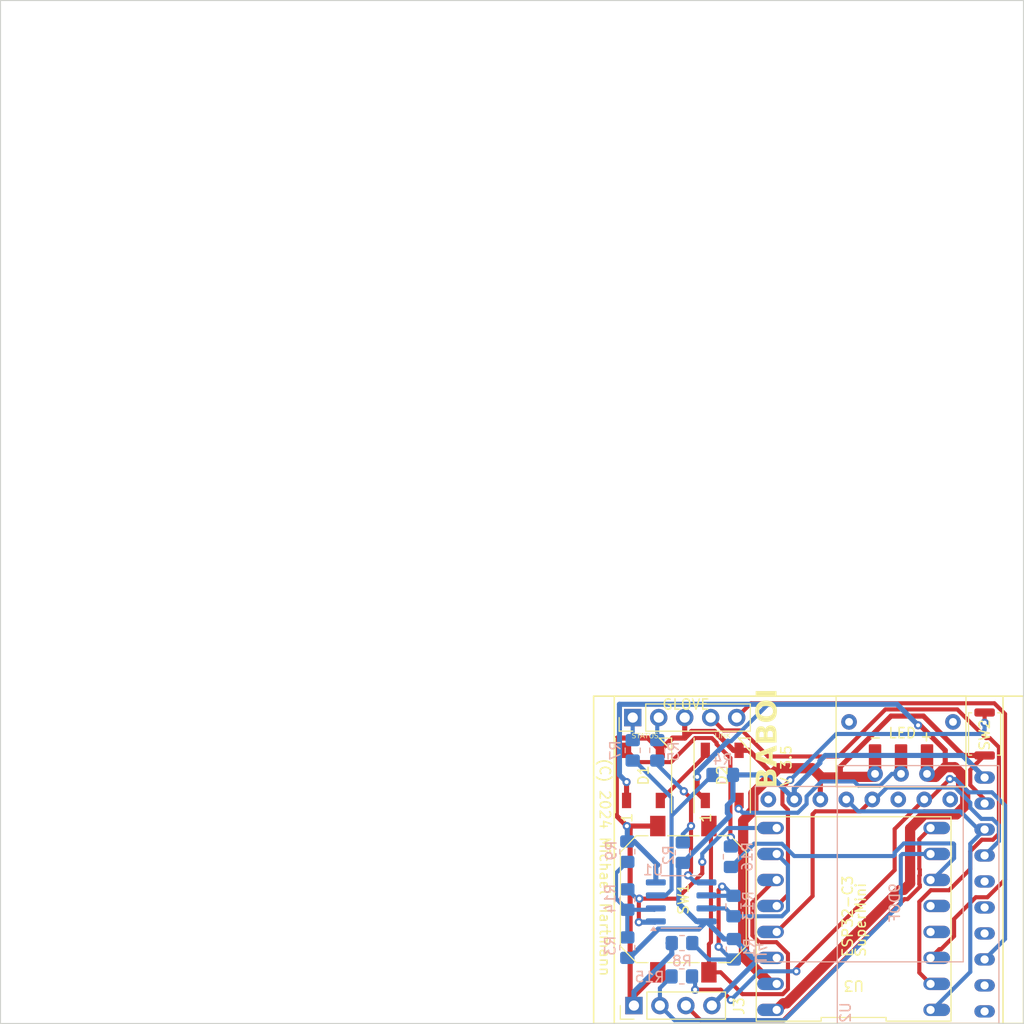
<source format=kicad_pcb>
(kicad_pcb (version 20240108) (generator "pcbnew") (generator_version "8.0")
  (layers (0 "F.Cu" signal) (31 "B.Cu" signal) (34 "B.Paste" user) (35 "F.Paste" user) (36 "B.SilkS" user "B.Silkscreen") (37 "F.SilkS" user "F.Silkscreen") (38 "B.Mask" user) (39 "F.Mask" user) (44 "Edge.Cuts" user))
  (net 0 "")
  (net 1 "/VBUS")
  (net 2 "Net-(D1-DOUT)")
  (net 3 "Net-(D1-DIN)")
  (net 4 "GND1")
  (net 5 "Net-(J4-Pin_2)")
  (net 6 "Net-(J4-Pin_1)")
  (net 7 "Net-(J3-Pin_2)")
  (net 8 "Net-(J3-Pin_3)")
  (net 9 "Net-(U1-VinB+)")
  (net 10 "Net-(D2-DOUT)")
  (net 11 "/VCC_3V3")
  (net 12 "/SPARE1")
  (net 13 "Net-(U1-VinA+)")
  (net 14 "Net-(U1-VinB-)")
  (net 15 "Net-(U1-VinA-)")
  (net 16 "/ADC1_1")
  (net 17 "/ADC1_0")
  (net 18 "Net-(U2-INT)")
  (net 19 "Net-(U3-GPIO10)")
  (net 20 "/BUTTON1")
  (net 21 "/SPARE2")
  (net 22 "/BUTTON2")
  (net 32 "/SCL")
  (net 33 "/SDA")
  (footprint "MountingHole:MountingHole_2mm" (layer "F.Cu") (at 169 95.75)
    (property "Reference" "H1" (hide yes))
    (property "Value" "MountingHole" (hide yes))
    (pad "" np_thru_hole circle (at 0 0) (size 2 2) (drill 2) (layers "*.Cu" "*.Mask"))
  )
  (footprint "midi_arm:LED_conn" (layer "F.Cu") (at 170.41 100.6 90)
    (property "Reference" "J2" (hide yes))
    (property "Value" "Conn_01x03_Pin" (hide yes))
    (fp_poly (pts (xy 0.508 4.572) (xy 2.794 4.572) (xy 2.794 5.588) (xy 0.508 5.588)) (stroke (width 0.2)) (fill solid) (layer "F.Cu"))
    (fp_poly (pts (xy 0.508 7.112) (xy 2.794 7.112) (xy 2.794 8.128) (xy 0.508 8.128)) (stroke (width 0.2)) (fill solid) (layer "F.Cu"))
    (fp_poly (pts (xy 0.508 9.652) (xy 2.794 9.652) (xy 2.794 10.668) (xy 0.508 10.668)) (stroke (width 0.2)) (fill solid) (layer "F.Cu"))
    (pad "" thru_hole circle (at 5.08 2.54 90) (size 1.524 1.524) (drill 0.762) (layers "*.Cu" "*.Mask"))
    (pad "" thru_hole circle (at 5.08 12.7 90) (size 1.524 1.524) (drill 0.762) (layers "*.Cu" "*.Mask"))
    (pad "1" thru_hole circle (at 0 5.08 90) (size 1.524 1.524) (drill 0.762) (layers "*.Cu" "*.Mask") (net 4 "GND1"))
    (pad "2" thru_hole circle (at 0 7.62 90) (size 1.524 1.524) (drill 0.762) (layers "*.Cu" "*.Mask") (net 10 "Net-(D2-DOUT)"))
    (pad "3" thru_hole circle (at 0 10.16 90) (size 1.524 1.524) (drill 0.762) (layers "*.Cu" "*.Mask") (net 1 "/VBUS"))
  )
  (footprint "Connector_PinHeader_2.54mm:PinHeader_1x04_P2.54mm_Vertical" (layer "F.Cu") (at 151.92 123.25 90)
    (property "Reference" "J3" (at -0.05 10.28 90) (layer "F.SilkS"))
    (property "Value" "Conn_01x04_Pin" (hide yes))
    (pad "1" thru_hole rect (at 0 0 90) (size 1.7 1.7) (drill 1) (layers "*.Cu" "*.Mask") (net 4 "GND1"))
    (pad "2" thru_hole oval (at 0 2.54 90) (size 1.7 1.7) (drill 1) (layers "*.Cu" "*.Mask") (net 7 "Net-(J3-Pin_2)"))
    (pad "3" thru_hole oval (at 0 5.08 90) (size 1.7 1.7) (drill 1) (layers "*.Cu" "*.Mask") (net 8 "Net-(J3-Pin_3)"))
    (pad "4" thru_hole oval (at 0 7.62 90) (size 1.7 1.7) (drill 1) (layers "*.Cu" "*.Mask") (net 11 "/VCC_3V3"))
  )
  (footprint "LED_SMD:LED_WS2812B_PLCC4_5.0x5.0mm_P3.2mm" (layer "F.Cu") (at 160.55 100.75 90)
    (property "Reference" "D2" (at 0 0 90) (layer "F.SilkS"))
    (property "Value" "WS2812B" (hide yes))
    (fp_text user "1" (at -4.15 -1.6 90) (layer "F.SilkS"))
    (pad "1" smd rect (at -2.45 -1.65 90) (size 1.5 0.9) (layers "F.Cu" "F.Paste" "F.Mask") (net 1 "/VBUS"))
    (pad "2" smd rect (at -2.45 1.65 90) (size 1.5 0.9) (layers "F.Cu" "F.Paste" "F.Mask") (net 10 "Net-(D2-DOUT)"))
    (pad "3" smd rect (at 2.45 1.65 90) (size 1.5 0.9) (layers "F.Cu" "F.Paste" "F.Mask") (net 4 "GND1"))
    (pad "4" smd rect (at 2.45 -1.65 90) (size 1.5 0.9) (layers "F.Cu" "F.Paste" "F.Mask") (net 2 "Net-(D1-DOUT)"))
  )
  (footprint "midi_arm:ESP32-C3_SuperMini" (layer "F.Cu") (at 173.397 114.7826 90)
    (property "Reference" "U3" (at -6.52 0.02 180) (layer "F.SilkS"))
    (property "Value" "~" (hide yes))
    (fp_text user "ESP32-C3" (at -3.81 0 90) (layer "F.SilkS") (effects (justify left bottom)))
    (fp_text user "SuperMini" (at -3.81 1.27 90) (layer "F.SilkS") (effects (justify left bottom)))
    (pad "1" thru_hole oval (at -8.89 -7.52 90) (size 1.2 2.6) (drill 0.8 (offset 0 -0.6)) (layers "*.Cu" "*.Mask") (net 1 "/VBUS"))
    (pad "2" thru_hole oval (at -6.35 -7.52 90) (size 1.2 2.6) (drill 0.8 (offset 0 -0.6)) (layers "*.Cu" "*.Mask") (net 4 "GND1"))
    (pad "3" thru_hole oval (at -3.81 -7.52 90) (size 1.2 2.6) (drill 0.8 (offset 0 -0.6)) (layers "*.Cu" "*.Mask") (net 11 "/VCC_3V3"))
    (pad "4" thru_hole oval (at -1.27 -7.52 90) (size 1.2 2.6) (drill 0.8 (offset 0 -0.6)) (layers "*.Cu" "*.Mask") (net 33 "/SDA"))
    (pad "5" thru_hole oval (at 1.27 -7.52 90) (size 1.2 2.6) (drill 0.8 (offset 0 -0.6)) (layers "*.Cu" "*.Mask") (net 22 "/BUTTON2"))
    (pad "6" thru_hole oval (at 3.81 -7.52 90) (size 1.2 2.6) (drill 0.8 (offset 0 -0.6)) (layers "*.Cu" "*.Mask") (net 20 "/BUTTON1"))
    (pad "7" thru_hole oval (at 6.35 -7.52 90) (size 1.2 2.6) (drill 0.8 (offset 0 -0.6)) (layers "*.Cu" "*.Mask") (net 16 "/ADC1_1"))
    (pad "8" thru_hole oval (at 8.89 -7.52 90) (size 1.2 2.6) (drill 0.8 (offset 0 -0.6)) (layers "*.Cu" "*.Mask") (net 17 "/ADC1_0"))
    (pad "9" thru_hole oval (at -8.89 7.52 90) (size 1.2 2.6) (drill 0.8 (offset 0 0.6)) (layers "*.Cu" "*.Mask") (net 32 "/SCL"))
    (pad "10" thru_hole oval (at -6.35 7.52 90) (size 1.2 2.6) (drill 0.8 (offset 0 0.6)) (layers "*.Cu" "*.Mask") (net 12 "/SPARE1"))
    (pad "11" thru_hole oval (at -3.81 7.52 90) (size 1.2 2.6) (drill 0.8 (offset 0 0.6)) (layers "*.Cu" "*.Mask") (net 21 "/SPARE2"))
    (pad "12" thru_hole oval (at -1.27 7.52 90) (size 1.2 2.6) (drill 0.8 (offset 0 0.6)) (layers "*.Cu" "*.Mask"))
    (pad "13" thru_hole oval (at 1.27 7.52 90) (size 1.2 2.6) (drill 0.8 (offset 0 0.6)) (layers "*.Cu" "*.Mask"))
    (pad "14" thru_hole oval (at 3.81 7.52 90) (size 1.2 2.6) (drill 0.8 (offset 0 0.6)) (layers "*.Cu" "*.Mask") (net 19 "Net-(U3-GPIO10)"))
    (pad "15" thru_hole oval (at 6.35 7.52 90) (size 1.2 2.6) (drill 0.8 (offset 0 0.6)) (layers "*.Cu" "*.Mask") (net 7 "Net-(J3-Pin_2)"))
    (pad "16" thru_hole oval (at 8.89 7.52 90) (size 1.2 2.6) (drill 0.8 (offset 0 0.6)) (layers "*.Cu" "*.Mask") (net 8 "Net-(J3-Pin_3)"))
  )
  (footprint "LED_SMD:LED_WS2812B_PLCC4_5.0x5.0mm_P3.2mm" (layer "F.Cu") (at 152.85 100.75 90)
    (property "Reference" "D1" (at 0 0 90) (layer "F.SilkS"))
    (property "Value" "WS2812B" (hide yes))
    (fp_text user "1" (at -4.15 -1.6 90) (layer "F.SilkS"))
    (pad "1" smd rect (at -2.45 -1.65 90) (size 1.5 0.9) (layers "F.Cu" "F.Paste" "F.Mask") (net 1 "/VBUS"))
    (pad "2" smd rect (at -2.45 1.65 90) (size 1.5 0.9) (layers "F.Cu" "F.Paste" "F.Mask") (net 2 "Net-(D1-DOUT)"))
    (pad "3" smd rect (at 2.45 1.65 90) (size 1.5 0.9) (layers "F.Cu" "F.Paste" "F.Mask") (net 4 "GND1"))
    (pad "4" smd rect (at 2.45 -1.65 90) (size 1.5 0.9) (layers "F.Cu" "F.Paste" "F.Mask") (net 3 "Net-(D1-DIN)"))
  )
  (footprint "Button_Switch_SMD:SW_Push_SPST_NO_Alps_SKRK" (layer "F.Cu") (at 186.2 96.7 -90)
    (property "Reference" "SW2" (at 0.1 0 90) (layer "F.SilkS"))
    (property "Value" "SW_DIP_x01" (hide yes))
    (pad "1" smd roundrect (at -2.1 0 270) (size 0.8 2) (layers "F.Cu" "F.Paste" "F.Mask") (net 22 "/BUTTON2"))
    (pad "2" smd roundrect (at 2.1 0 270) (size 0.8 2) (layers "F.Cu" "F.Paste" "F.Mask") (net 4 "GND1"))
  )
  (footprint "midi_arm:SW_Push_SMD" (layer "F.Cu") (at 156.75 112.85 -90)
    (property "Reference" "SW1" (at 0 0 90) (layer "F.SilkS"))
    (property "Value" "SW_MEC_5E" (hide yes))
    (pad "1" smd rect (at -7.15 -2.5 270) (size 2 1.5) (layers "F.Cu" "F.Paste" "F.Mask") (net 20 "/BUTTON1"))
    (pad "1" smd rect (at 7.15 -2.5 270) (size 2 1.5) (layers "F.Cu" "F.Paste" "F.Mask") (net 20 "/BUTTON1"))
    (pad "2" smd rect (at -7.15 2.5 270) (size 2 1.5) (layers "F.Cu" "F.Paste" "F.Mask") (net 4 "GND1"))
    (pad "2" smd rect (at 7.15 2.5 270) (size 2 1.5) (layers "F.Cu" "F.Paste" "F.Mask") (net 4 "GND1"))
  )
  (footprint "Connector_PinHeader_2.54mm:PinHeader_1x05_P2.54mm_Vertical" (layer "F.Cu") (at 151.8054 95.0976 90)
    (property "Reference" "J4" (hide yes))
    (property "Value" "Conn_01x05_Pin" (hide yes))
    (pad "1" thru_hole rect (at 0 0 90) (size 1.7 1.7) (drill 1) (layers "*.Cu" "*.Mask") (net 6 "Net-(J4-Pin_1)"))
    (pad "2" thru_hole oval (at 0 2.54 90) (size 1.7 1.7) (drill 1) (layers "*.Cu" "*.Mask") (net 5 "Net-(J4-Pin_2)"))
    (pad "3" thru_hole oval (at 0 5.08 90) (size 1.7 1.7) (drill 1) (layers "*.Cu" "*.Mask") (net 4 "GND1"))
    (pad "4" thru_hole oval (at 0 7.62 90) (size 1.7 1.7) (drill 1) (layers "*.Cu" "*.Mask") (net 12 "/SPARE1"))
    (pad "5" thru_hole oval (at 0 10.16 90) (size 1.7 1.7) (drill 1) (layers "*.Cu" "*.Mask") (net 21 "/SPARE2"))
  )
  (footprint "Resistor_SMD:R_0805_2012Metric_Pad1.20x1.40mm_HandSolder" (layer "B.Cu") (at 151.272 108.204 90)
    (property "Reference" "R9" (at 0.104 -1.572 90) (layer "B.SilkS") (effects (justify mirror)))
    (property "Value" "33K" (hide yes))
    (pad "1" smd roundrect (at -1 0 90) (size 1.2 1.4) (layers "B.Cu" "B.Paste" "B.Mask") (roundrect_rratio 0.208333) (net 15 "Net-(U1-VinA-)"))
    (pad "2" smd roundrect (at 1 0 90) (size 1.2 1.4) (layers "B.Cu" "B.Paste" "B.Mask") (roundrect_rratio 0.208333) (net 4 "GND1"))
  )
  (footprint "Package_SO:SOIC-8_3.9x4.9mm_P1.27mm" (layer "B.Cu") (at 156.535 113.115)
    (property "Reference" "U1" (at -2.735 -3.115 0) (layer "B.SilkS") (effects (justify mirror)))
    (property "Value" "~")
    (pad "1" smd roundrect (at -2.475 1.905) (size 1.95 0.6) (layers "B.Cu" "B.Paste" "B.Mask") (net 17 "/ADC1_0"))
    (pad "2" smd roundrect (at -2.475 0.635) (size 1.95 0.6) (layers "B.Cu" "B.Paste" "B.Mask") (net 15 "Net-(U1-VinA-)"))
    (pad "3" smd roundrect (at -2.475 -0.635) (size 1.95 0.6) (layers "B.Cu" "B.Paste" "B.Mask") (net 13 "Net-(U1-VinA+)"))
    (pad "4" smd roundrect (at -2.475 -1.905) (size 1.95 0.6) (layers "B.Cu" "B.Paste" "B.Mask") (net 4 "GND1"))
    (pad "5" smd roundrect (at 2.475 -1.905) (size 1.95 0.6) (layers "B.Cu" "B.Paste" "B.Mask") (net 9 "Net-(U1-VinB+)"))
    (pad "6" smd roundrect (at 2.475 -0.635) (size 1.95 0.6) (layers "B.Cu" "B.Paste" "B.Mask") (net 14 "Net-(U1-VinB-)"))
    (pad "7" smd roundrect (at 2.475 0.635) (size 1.95 0.6) (layers "B.Cu" "B.Paste" "B.Mask") (net 16 "/ADC1_1"))
    (pad "8" smd roundrect (at 2.475 1.905) (size 1.95 0.6) (layers "B.Cu" "B.Paste" "B.Mask") (net 11 "/VCC_3V3"))
  )
  (footprint "Resistor_SMD:R_0805_2012Metric_Pad1.20x1.40mm_HandSolder" (layer "B.Cu") (at 161.686 117.745 -90)
    (property "Reference" "R1" (at -0.145 -1.514 90) (layer "B.SilkS") (effects (justify mirror)))
    (property "Value" "33K" (hide yes))
    (pad "1" smd roundrect (at -1 0 270) (size 1.2 1.4) (layers "B.Cu" "B.Paste" "B.Mask") (roundrect_rratio 0.208333) (net 11 "/VCC_3V3"))
    (pad "2" smd roundrect (at 1 0 270) (size 1.2 1.4) (layers "B.Cu" "B.Paste" "B.Mask") (roundrect_rratio 0.208333) (net 14 "Net-(U1-VinB-)"))
  )
  (footprint "Resistor_SMD:R_0805_2012Metric_Pad1.20x1.40mm_HandSolder" (layer "B.Cu") (at 160.6 100.7 180)
    (property "Reference" "R4" (at 0 1.5 360) (layer "B.SilkS") (effects (justify mirror)))
    (property "Value" "33K" (hide yes))
    (pad "1" smd roundrect (at -1 0 180) (size 1.2 1.4) (layers "B.Cu" "B.Paste" "B.Mask") (roundrect_rratio 0.208333) (net 11 "/VCC_3V3"))
    (pad "2" smd roundrect (at 1 0 180) (size 1.2 1.4) (layers "B.Cu" "B.Paste" "B.Mask") (roundrect_rratio 0.208333) (net 13 "Net-(U1-VinA+)"))
  )
  (footprint "Resistor_SMD:R_0805_2012Metric_Pad1.20x1.40mm_HandSolder" (layer "B.Cu") (at 151.272 117.586 90)
    (property "Reference" "R3" (at 0.186 -1.672 90) (layer "B.SilkS") (effects (justify mirror)))
    (property "Value" "33K" (hide yes))
    (pad "1" smd roundrect (at -1 0 90) (size 1.2 1.4) (layers "B.Cu" "B.Paste" "B.Mask") (roundrect_rratio 0.208333) (net 11 "/VCC_3V3"))
    (pad "2" smd roundrect (at 1 0 90) (size 1.2 1.4) (layers "B.Cu" "B.Paste" "B.Mask") (roundrect_rratio 0.208333) (net 15 "Net-(U1-VinA-)"))
  )
  (footprint "Resistor_SMD:R_0805_2012Metric_Pad1.20x1.40mm_HandSolder" (layer "B.Cu") (at 151.272 112.887 90)
    (property "Reference" "R14" (at 0.087 -1.672 90) (layer "B.SilkS") (effects (justify mirror)))
    (property "Value" "51K" (hide yes))
    (pad "1" smd roundrect (at -1 0 90) (size 1.2 1.4) (layers "B.Cu" "B.Paste" "B.Mask") (roundrect_rratio 0.208333) (net 15 "Net-(U1-VinA-)"))
    (pad "2" smd roundrect (at 1 0 90) (size 1.2 1.4) (layers "B.Cu" "B.Paste" "B.Mask") (roundrect_rratio 0.208333) (net 17 "/ADC1_0"))
  )
  (footprint "Resistor_SMD:R_0805_2012Metric_Pad1.20x1.40mm_HandSolder" (layer "B.Cu") (at 156.7 108.3 90)
    (property "Reference" "R2" (at -0.247 -1.406 90) (layer "B.SilkS") (effects (justify mirror)))
    (property "Value" "33K" (hide yes))
    (pad "1" smd roundrect (at -1 0 90) (size 1.2 1.4) (layers "B.Cu" "B.Paste" "B.Mask") (roundrect_rratio 0.208333) (net 11 "/VCC_3V3"))
    (pad "2" smd roundrect (at 1 0 90) (size 1.2 1.4) (layers "B.Cu" "B.Paste" "B.Mask") (roundrect_rratio 0.208333) (net 9 "Net-(U1-VinB+)"))
  )
  (footprint "Resistor_SMD:R_0805_2012Metric_Pad1.20x1.40mm_HandSolder" (layer "B.Cu") (at 161.4 108.7 90)
    (property "Reference" "R16" (at 0 1.6 90) (layer "B.SilkS") (effects (justify mirror)))
    (property "Value" "24K" (hide yes))
    (pad "1" smd roundrect (at -1 0 90) (size 1.2 1.4) (layers "B.Cu" "B.Paste" "B.Mask") (roundrect_rratio 0.208333) (net 19 "Net-(U3-GPIO10)"))
    (pad "2" smd roundrect (at 1 0 90) (size 1.2 1.4) (layers "B.Cu" "B.Paste" "B.Mask") (roundrect_rratio 0.208333) (net 3 "Net-(D1-DIN)"))
  )
  (footprint "Resistor_SMD:R_0805_2012Metric_Pad1.20x1.40mm_HandSolder" (layer "B.Cu") (at 154.2 98.3 -90)
    (property "Reference" "R5" (at 0.1 -1.6 90) (layer "B.SilkS") (effects (justify mirror)))
    (property "Value" "10K" (hide yes))
    (pad "1" smd roundrect (at -1 0 270) (size 1.2 1.4) (layers "B.Cu" "B.Paste" "B.Mask") (roundrect_rratio 0.208333) (net 5 "Net-(J4-Pin_2)"))
    (pad "2" smd roundrect (at 1 0 270) (size 1.2 1.4) (layers "B.Cu" "B.Paste" "B.Mask") (roundrect_rratio 0.208333) (net 9 "Net-(U1-VinB+)"))
  )
  (footprint "Resistor_SMD:R_0805_2012Metric_Pad1.20x1.40mm_HandSolder" (layer "B.Cu") (at 151.8 98.3 -90)
    (property "Reference" "R7" (at 0 1.7 90) (layer "B.SilkS") (effects (justify mirror)))
    (property "Value" "10K" (hide yes))
    (pad "1" smd roundrect (at -1 0 270) (size 1.2 1.4) (layers "B.Cu" "B.Paste" "B.Mask") (roundrect_rratio 0.208333) (net 6 "Net-(J4-Pin_1)"))
    (pad "2" smd roundrect (at 1 0 270) (size 1.2 1.4) (layers "B.Cu" "B.Paste" "B.Mask") (roundrect_rratio 0.208333) (net 13 "Net-(U1-VinA+)"))
  )
  (footprint "Resistor_SMD:R_0805_2012Metric_Pad1.20x1.40mm_HandSolder" (layer "B.Cu") (at 156.62 117.14 180)
    (property "Reference" "R8" (at 0 -1.75 0) (layer "B.SilkS") (effects (justify mirror)))
    (property "Value" "33K" (hide yes))
    (pad "1" smd roundrect (at -1 0 180) (size 1.2 1.4) (layers "B.Cu" "B.Paste" "B.Mask") (roundrect_rratio 0.208333) (net 14 "Net-(U1-VinB-)"))
    (pad "2" smd roundrect (at 1 0 180) (size 1.2 1.4) (layers "B.Cu" "B.Paste" "B.Mask") (roundrect_rratio 0.208333) (net 4 "GND1"))
  )
  (footprint "Resistor_SMD:R_0805_2012Metric_Pad1.20x1.40mm_HandSolder" (layer "B.Cu") (at 161.65 113.52 -90)
    (property "Reference" "R13" (at -0.02 -1.45 90) (layer "B.SilkS") (effects (justify mirror)))
    (property "Value" "51K" (hide yes))
    (pad "1" smd roundrect (at -1 0 270) (size 1.2 1.4) (layers "B.Cu" "B.Paste" "B.Mask") (roundrect_rratio 0.208333) (net 14 "Net-(U1-VinB-)"))
    (pad "2" smd roundrect (at 1 0 270) (size 1.2 1.4) (layers "B.Cu" "B.Paste" "B.Mask") (roundrect_rratio 0.208333) (net 16 "/ADC1_1"))
  )
  (footprint "midi_arm:GY-85" (layer "B.Cu") (at 159.98 103.1 -90)
    (property "Reference" "U4" (at 14.9442 -4.32 -90) (layer "B.SilkS") (effects (justify mirror)))
    (property "Value" "~" (hide yes))
    (pad "1" thru_hole circle (at 0 -5.08 270) (size 1.524 1.524) (drill 0.762) (layers "*.Cu" "*.Mask"))
    (pad "2" thru_hole circle (at 0 -7.62 270) (size 1.524 1.524) (drill 0.762) (layers "*.Cu" "*.Mask") (net 11 "/VCC_3V3"))
    (pad "3" thru_hole circle (at 0 -10.16 270) (size 1.524 1.524) (drill 0.762) (layers "*.Cu" "*.Mask") (net 4 "GND1"))
    (pad "4" thru_hole circle (at 0 -12.7 270) (size 1.524 1.524) (drill 0.762) (layers "*.Cu" "*.Mask") (net 32 "/SCL"))
    (pad "5" thru_hole circle (at 0 -15.24 270) (size 1.524 1.524) (drill 0.762) (layers "*.Cu" "*.Mask") (net 33 "/SDA"))
    (pad "6" thru_hole circle (at 0 -17.78 270) (size 1.524 1.524) (drill 0.762) (layers "*.Cu" "*.Mask"))
    (pad "7" thru_hole circle (at 0 -20.32 270) (size 1.524 1.524) (drill 0.762) (layers "*.Cu" "*.Mask") (net 18 "Net-(U2-INT)"))
    (pad "8" thru_hole circle (at 0 -22.86 270) (size 1.524 1.524) (drill 0.762) (layers "*.Cu" "*.Mask"))
  )
  (footprint "midi_arm:9250_MOD" (layer "B.Cu") (at 186.2 112.39 -90)
    (property "Reference" "U2" (at 11.541 13.6 90) (layer "B.SilkS") (effects (justify mirror)))
    (property "Value" "~")
    (fp_text user "9DOF" (at -1.2 8.2 90) (layer "B.SilkS") (effects (justify left bottom mirror)))
    (pad "1" thru_hole oval (at -11.43 0 270) (size 1.2 2) (drill 0.8) (layers "*.Cu" "*.Mask") (net 11 "/VCC_3V3"))
    (pad "2" thru_hole oval (at -8.89 0 270) (size 1.2 2) (drill 0.8) (layers "*.Cu" "*.Mask") (net 4 "GND1"))
    (pad "3" thru_hole oval (at -6.35 0 270) (size 1.2 2) (drill 0.8) (layers "*.Cu" "*.Mask") (net 32 "/SCL"))
    (pad "4" thru_hole oval (at -3.81 0 270) (size 1.2 2) (drill 0.8) (layers "*.Cu" "*.Mask") (net 33 "/SDA"))
    (pad "5" thru_hole oval (at -1.27 0 270) (size 1.2 2) (drill 0.8) (layers "*.Cu" "*.Mask"))
    (pad "6" thru_hole oval (at 1.27 0 270) (size 1.2 2) (drill 0.8) (layers "*.Cu" "*.Mask"))
    (pad "7" thru_hole oval (at 3.81 0 270) (size 1.2 2) (drill 0.8) (layers "*.Cu" "*.Mask"))
    (pad "8" thru_hole oval (at 6.35 0 270) (size 1.2 2) (drill 0.8) (layers "*.Cu" "*.Mask") (net 18 "Net-(U2-INT)"))
    (pad "9" thru_hole oval (at 8.89 0 270) (size 1.2 2) (drill 0.8) (layers "*.Cu" "*.Mask"))
    (pad "10" thru_hole oval (at 11.43 0 270) (size 1.2 2) (drill 0.8) (layers "*.Cu" "*.Mask"))
  )
  (footprint "Resistor_SMD:R_0805_2012Metric_Pad1.20x1.40mm_HandSolder" (layer "B.Cu") (at 156.6 120.4)
    (property "Reference" "R15" (at -3.15 0.06 360) (layer "B.SilkS") (effects (justify mirror)))
    (property "Value" "0k" (hide yes))
    (pad "1" smd roundrect (at -1 0) (size 1.2 1.4) (layers "B.Cu" "B.Paste" "B.Mask") (roundrect_rratio 0.208333) (net 7 "Net-(J3-Pin_2)"))
    (pad "2" smd roundrect (at 1 0) (size 1.2 1.4) (layers "B.Cu" "B.Paste" "B.Mask") (roundrect_rratio 0.208333) (net 18 "Net-(U2-INT)"))
  )
  (gr_line (start 190 93) (end 147.981907 93) (stroke (width 0.15)) (layer "F.SilkS"))
  (gr_line (start 155.5 98.2) (end 154.397 97.1) (stroke (width 0.15)) (layer "F.SilkS"))
  (gr_line (start 163.2 98.3) (end 162.142 97.098) (stroke (width 0.15)) (layer "F.SilkS"))
  (gr_line (start 190 125) (end 190 93) (stroke (width 0.15)) (layer "F.SilkS"))
  (gr_line (start 147.981907 125) (end 190 125) (stroke (width 0.15)) (layer "F.SilkS"))
  (gr_line (start 150 93) (end 150 125) (stroke (width 0.15)) (layer "F.SilkS"))
  (gr_line (start 147.981907 93) (end 147.981907 125) (stroke (width 0.15)) (layer "F.SilkS"))
  (gr_line (start 188 93) (end 188 125) (stroke (width 0.15)) (layer "F.SilkS"))
  (gr_rect (start 90 25) (end 190 125) (stroke (width 0.1)) (fill none) (layer "Edge.Cuts"))
  (gr_text "LINK" (at 159.8 97.2 0) (layer "F.SilkS") (effects (font (size 0.5 0.5) (thickness 0.125)) (justify left bottom)))
  (gr_text "STATUS" (at 151.7 97.2 0) (layer "F.SilkS") (effects (font (size 0.5 0.5) (thickness 0.125)) (justify left bottom)))
  (gr_text "-" (at 174.8 97.6 -0) (layer "F.SilkS") (effects (font (size 1 1)) (justify left bottom)))
  (gr_text "V 3.5" (at 167.4 101.9 90) (layer "F.SilkS") (effects (font (size 1 1)) (justify left bottom)))
  (gr_text "BABOI" (at 166.2 102.1 90) (layer "F.SilkS") (effects (font (size 2 2) (thickness 0.25) (bold yes)) (justify left bottom)))
  (gr_text "(C) 2024 Michael Hartmann" (at 148.5 99 -90) (layer "F.SilkS") (effects (font (size 1 1)) (justify left bottom)))
  (gr_text "LED" (at 176.7 97.2 0) (layer "F.SilkS") (effects (font (size 1 1)) (justify left bottom)))
  (gr_text "GLOVE" (at 154.6 94.4 0) (layer "F.SilkS") (effects (font (size 1 1)) (justify left bottom)))
  (gr_text "+" (at 179.8 97.5 0) (layer "F.SilkS") (effects (font (size 1 1)) (justify left bottom)))
  (segment (start 178.917 105.945) (end 180.3 104.562) (width 1) (layer "F.Cu") (net 1))
  (segment (start 178.917 111.322585) (end 178.917 105.945) (width 1) (layer "F.Cu") (net 1))
  (segment (start 183.9 102.072792) (end 183.9 100.573654) (width 1) (layer "F.Cu") (net 1))
  (segment (start 166.840192 123.0326) (end 177.926798 111.945994) (width 1) (layer "F.Cu") (net 1))
  (segment (start 182.351371 99.95) (end 181.409371 100.892) (width 1) (layer "F.Cu") (net 1))
  (segment (start 183.445581 104.562) (end 184.302 103.705581) (width 1) (layer "F.Cu") (net 1))
  (segment (start 184.302 102.474792) (end 183.9 102.072792) (width 1) (layer "F.Cu") (net 1))
  (segment (start 183.9 100.573654) (end 183.276346 99.95) (width 1) (layer "F.Cu") (net 1))
  (segment (start 179.899817 95.85) (end 179.7 95.85) (width 0.5) (layer "F.Cu") (net 1))
  (segment (start 166.517 123.0326) (end 166.840192 123.0326) (width 1) (layer "F.Cu") (net 1))
  (segment (start 177.926798 111.945994) (end 178.293591 111.945994) (width 1) (layer "F.Cu") (net 1))
  (segment (start 178.293591 111.945994) (end 178.917 111.322585) (width 1) (layer "F.Cu") (net 1))
  (segment (start 180.3 104.562) (end 183.445581 104.562) (width 1) (layer "F.Cu") (net 1))
  (segment (start 181.409371 100.892) (end 180.746629 100.892) (width 1) (layer "F.Cu") (net 1))
  (segment (start 158.1 102.4) (end 158.9 103.2) (width 0.5) (layer "F.Cu") (net 1))
  (segment (start 182.351371 98.301554) (end 179.899817 95.85) (width 0.5) (layer "F.Cu") (net 1))
  (segment (start 165.877 123.6726) (end 166.517 123.0326) (width 1) (layer "F.Cu") (net 1))
  (segment (start 158.1 100.9) (end 158.1 102.4) (width 0.5) (layer "F.Cu") (net 1))
  (segment (start 151.2 103.2) (end 151.2 101.4) (width 0.5) (layer "F.Cu") (net 1))
  (segment (start 183.276346 99.95) (end 182.351371 99.95) (width 1) (layer "F.Cu") (net 1))
  (segment (start 182.351371 99.95) (end 182.351371 98.301554) (width 0.5) (layer "F.Cu") (net 1))
  (segment (start 184.302 103.705581) (end 184.302 102.474792) (width 1) (layer "F.Cu") (net 1))
  (via (at 151.2 101.4) (size 0.8) (drill 0.4) (layers "F.Cu" "B.Cu") (net 1))
  (via (at 158.1 100.9) (size 0.8) (drill 0.4) (layers "F.Cu" "B.Cu") (net 1))
  (via (at 179.7 95.85) (size 0.8) (drill 0.4) (layers "F.Cu" "B.Cu") (net 1))
  (segment (start 151.2 101.4) (end 150.5054 100.7054) (width 0.5) (layer "B.Cu") (net 1))
  (segment (start 165.033167 93.7976) (end 165.4 93.7976) (width 0.4) (layer "B.Cu") (net 1))
  (segment (start 161.103122 97.4) (end 158.1 100.403122) (width 0.5) (layer "B.Cu") (net 1))
  (segment (start 161.103122 97.4) (end 161.430767 97.4) (width 0.4) (layer "B.Cu") (net 1))
  (segment (start 165.4 93.7976) (end 177.6476 93.7976) (width 0.5) (layer "B.Cu") (net 1))
  (segment (start 161.430767 97.4) (end 165.033167 93.7976) (width 0.4) (layer "B.Cu") (net 1))
  (segment (start 158.1 100.403122) (end 158.1 100.9) (width 0.5) (layer "B.Cu") (net 1))
  (segment (start 150.5054 93.7976) (end 165.4 93.7976) (width 0.5) (layer "B.Cu") (net 1))
  (segment (start 177.6476 93.7976) (end 179.7 95.85) (width 0.5) (layer "B.Cu") (net 1))
  (segment (start 150.5054 100.7054) (end 150.5054 93.7976) (width 0.5) (layer "B.Cu") (net 1))
  (segment (start 158.9 98.8) (end 158.9 98.3) (width 0.4) (layer "F.Cu") (net 2))
  (segment (start 154.5 103.2) (end 158.9 98.8) (width 0.4) (layer "F.Cu") (net 2))
  (segment (start 161.4 106.8) (end 161.35 106.75) (width 0.4) (layer "F.Cu") (net 3))
  (segment (start 161.35 99.05) (end 160 97.7) (width 0.4) (layer "F.Cu") (net 3))
  (segment (start 160 97.569239) (end 159.530761 97.1) (width 0.4) (layer "F.Cu") (net 3))
  (segment (start 160 97.7) (end 160 97.569239) (width 0.4) (layer "F.Cu") (net 3))
  (segment (start 159.530761 97.1) (end 157.9 97.1) (width 0.4) (layer "F.Cu") (net 3))
  (segment (start 161.35 106.75) (end 161.35 99.05) (width 0.4) (layer "F.Cu") (net 3))
  (segment (start 155.55 99.45) (end 152.35 99.45) (width 0.4) (layer "F.Cu") (net 3))
  (segment (start 152.35 99.45) (end 151.2 98.3) (width 0.4) (layer "F.Cu") (net 3))
  (segment (start 157.9 97.1) (end 155.55 99.45) (width 0.4) (layer "F.Cu") (net 3))
  (via (at 161.4 106.8) (size 0.8) (drill 0.4) (layers "F.Cu" "B.Cu") (net 3))
  (segment (start 161.4 107.7) (end 161.4 106.8) (width 0.4) (layer "B.Cu") (net 3))
  (segment (start 163.35 104.377208) (end 163.598 104.129208) (width 1) (layer "F.Cu") (net 4))
  (segment (start 162.2 98.3) (end 163.15 98.3) (width 0.5) (layer "F.Cu") (net 4))
  (segment (start 157.55 96.45) (end 156.9 97.1) (width 0.5) (layer "F.Cu") (net 4))
  (segment (start 172.042 100.95) (end 172.1 100.892) (width 1) (layer "F.Cu") (net 4))
  (segment (start 172.1 100.892) (end 175.49 100.892) (width 1) (layer "F.Cu") (net 4))
  (segment (start 165.200419 100.350419) (end 165.200419 100.892) (width 0.5) (layer "F.Cu") (net 4))
  (segment (start 170.14 100.952) (end 170.2 100.892) (width 0.5) (layer "F.Cu") (net 4))
  (segment (start 170.14 103.1) (end 170.14 100.952) (width 0.5) (layer "F.Cu") (net 4))
  (segment (start 162.676346 118.530424) (end 162.676346 116.838952) (width 1) (layer "F.Cu") (net 4))
  (segment (start 169.358 100.05) (end 170.2 100.892) (width 1) (layer "F.Cu") (net 4))
  (segment (start 180.222793 94.95) (end 184.072793 98.8) (width 0.5) (layer "F.Cu") (net 4))
  (segment (start 150.2 104.672793) (end 150.2 97.2) (width 0.5) (layer "F.Cu") (net 4))
  (segment (start 163.598 102.494419) (end 165.200419 100.892) (width 1) (layer "F.Cu") (net 4))
  (segment (start 162.6 116.762606) (end 162.6 105.182594) (width 1) (layer "F.Cu") (net 4))
  (segment (start 172.1 100.892) (end 172.1 99.9) (width 0.5) (layer "F.Cu") (net 4))
  (segment (start 154.25 105.7) (end 151.227207 105.7) (width 0.5) (layer "F.Cu") (net 4))
  (segment (start 166.042419 100.05) (end 169.358 100.05) (width 1) (layer "F.Cu") (net 4))
  (segment (start 156.8854 97.0854) (end 156.9 97.1) (width 0.5) (layer "F.Cu") (net 4))
  (segment (start 165.877 121.1326) (end 165.278522 121.1326) (width 1) (layer "F.Cu") (net 4))
  (segment (start 163.15 98.3) (end 165.200419 100.350419) (width 0.5) (layer "F.Cu") (net 4))
  (segment (start 184.8 101.7) (end 184.8 100.2) (width 0.4) (layer "F.Cu") (net 4))
  (segment (start 177.05 94.95) (end 180.222793 94.95) (width 0.5) (layer "F.Cu") (net 4))
  (segment (start 186.2 103.5) (end 186.2 103.1) (width 0.4) (layer "F.Cu") (net 4))
  (segment (start 151.92 123.25) (end 151.92 122.33) (width 0.5) (layer "F.Cu") (net 4))
  (segment (start 150.2 97.2) (end 150.3 97.1) (width 0.5) (layer "F.Cu") (net 4))
  (segment (start 163.598 104.129208) (end 163.598 102.494419) (width 1) (layer "F.Cu") (net 4))
  (segment (start 151.92 123.25) (end 151.55 122.88) (width 0.5) (layer "F.Cu") (net 4))
  (segment (start 162.6 105.182594) (end 163.35 104.432594) (width 1) (layer "F.Cu") (net 4))
  (segment (start 161.65 98.3) (end 159.8 96.45) (width 0.5) (layer "F.Cu") (net 4))
  (segment (start 170.258 100.95) (end 172.042 100.95) (width 1) (layer "F.Cu") (net 4))
  (segment (start 156.8854 95.0976) (end 156.8854 97.0854) (width 0.5) (layer "F.Cu") (net 4))
  (segment (start 184.8 100.2) (end 186.2 98.8) (width 0.4) (layer "F.Cu") (net 4))
  (segment (start 186.2 103.1) (end 184.8 101.7) (width 0.4) (layer "F.Cu") (net 4))
  (segment (start 150.3 97.1) (end 153.3 97.1) (width 0.5) (layer "F.Cu") (net 4))
  (segment (start 172.1 99.9) (end 177.05 94.95) (width 0.5) (layer "F.Cu") (net 4))
  (segment (start 165.278522 121.1326) (end 162.676346 118.530424) (width 1) (layer "F.Cu") (net 4))
  (segment (start 153.3 97.1) (end 154.5 98.3) (width 0.5) (layer "F.Cu") (net 4))
  (segment (start 151.92 122.33) (end 154.25 120) (width 0.5) (layer "F.Cu") (net 4))
  (segment (start 162.2 98.3) (end 161.65 98.3) (width 0.5) (layer "F.Cu") (net 4))
  (segment (start 163.35 104.432594) (end 163.35 104.377208) (width 1) (layer "F.Cu") (net 4))
  (segment (start 151.55 122.88) (end 151.55 106.022793) (width 0.5) (layer "F.Cu") (net 4))
  (segment (start 151.55 106.022793) (end 151.227207 105.7) (width 0.5) (layer "F.Cu") (net 4))
  (segment (start 165.200419 100.892) (end 166.042419 100.05) (width 1) (layer "F.Cu") (net 4))
  (segment (start 170.2 100.892) (end 170.258 100.95) (width 1) (layer "F.Cu") (net 4))
  (segment (start 155.7 97.1) (end 154.5 98.3) (width 0.5) (layer "F.Cu") (net 4))
  (segment (start 162.676346 116.838952) (end 162.6 116.762606) (width 1) (layer "F.Cu") (net 4))
  (segment (start 159.8 96.45) (end 157.55 96.45) (width 0.5) (layer "F.Cu") (net 4))
  (segment (start 156.9 97.1) (end 155.7 97.1) (width 0.5) (layer "F.Cu") (net 4))
  (segment (start 156.8854 95.28703) (end 156.8854 95.0976) (width 0.5) (layer "F.Cu") (net 4))
  (segment (start 184.072793 98.8) (end 186.2 98.8) (width 0.5) (layer "F.Cu") (net 4))
  (segment (start 151.227207 105.7) (end 150.2 104.672793) (width 0.5) (layer "F.Cu") (net 4))
  (via (at 151.227207 105.7) (size 0.8) (drill 0.4) (layers "F.Cu" "B.Cu") (net 4))
  (segment (start 151.272 105.744793) (end 151.227207 105.7) (width 0.5) (layer "B.Cu") (net 4))
  (segment (start 155.62 117.14) (end 155.242082 117.14) (width 0.5) (layer "B.Cu") (net 4))
  (segment (start 151.92 123.25) (end 151.92 121.9) (width 0.5) (layer "B.Cu") (net 4))
  (segment (start 151.272 107.204) (end 151.272 105.744793) (width 0.5) (layer "B.Cu") (net 4))
  (segment (start 154.06 111.21) (end 154.06 109.69) (width 0.5) (layer "B.Cu") (net 4))
  (segment (start 151.92 121.9) (end 155.62 118.2) (width 0.5) (layer "B.Cu") (net 4))
  (segment (start 151.954 107.204) (end 154.25 109.5) (width 0.5) (layer "B.Cu") (net 4))
  (segment (start 155.62 118.2) (end 155.62 117.14) (width 0.5) (layer "B.Cu") (net 4))
  (segment (start 154.06 109.69) (end 154.25 109.5) (width 0.5) (layer "B.Cu") (net 4))
  (segment (start 151.272 107.204) (end 151.954 107.204) (width 0.5) (layer "B.Cu") (net 4))
  (segment (start 154.2 97.3) (end 154.2 95.243) (width 0.4) (layer "B.Cu") (net 5))
  (segment (start 154.2 95.243) (end 154.3454 95.0976) (width 0.4) (layer "B.Cu") (net 5))
  (segment (start 151.8 95.103) (end 151.8054 95.0976) (width 0.4) (layer "B.Cu") (net 6))
  (segment (start 151.8 97.3) (end 151.8 95.103) (width 0.4) (layer "B.Cu") (net 6))
  (segment (start 154.46 123.25) (end 155.8826 124.6726) (width 0.4) (layer "B.Cu") (net 7))
  (segment (start 166.6274 124.6726) (end 178.007 113.293) (width 0.4) (layer "B.Cu") (net 7))
  (segment (start 154.46 121.54) (end 155.6 120.4) (width 0.4) (layer "B.Cu") (net 7))
  (segment (start 178.165318 108.4326) (end 180.917 108.4326) (width 0.4) (layer "B.Cu") (net 7))
  (segment (start 178.007 113.293) (end 178.007 108.590918) (width 0.4) (layer "B.Cu") (net 7))
  (segment (start 154.46 123.25) (end 154.46 121.54) (width 0.4) (layer "B.Cu") (net 7))
  (segment (start 155.8826 124.6726) (end 166.6274 124.6726) (width 0.4) (layer "B.Cu") (net 7))
  (segment (start 178.007 108.590918) (end 178.165318 108.4326) (width 0.4) (layer "B.Cu") (net 7))
  (segment (start 178.666383 112.845994) (end 179.867245 111.645132) (width 0.4) (layer "F.Cu") (net 8))
  (segment (start 179.867245 111.437059) (end 179.817 111.386814) (width 0.4) (layer "F.Cu") (net 8))
  (segment (start 157 123.25) (end 158.4226 124.6726) (width 0.4) (layer "F.Cu") (net 8))
  (segment (start 179.867245 109.946856) (end 179.819865 109.899476) (width 0.4) (layer "F.Cu") (net 8))
  (segment (start 179.817 111.386814) (end 179.817 110.558386) (width 0.4) (layer "F.Cu") (net 8))
  (segment (start 179.817 106.9926) (end 180.917 105.8926) (width 0.4) (layer "F.Cu") (net 8))
  (segment (start 179.817 109.880214) (end 179.817 106.9926) (width 0.4) (layer "F.Cu") (net 8))
  (segment (start 179.819865 109.883079) (end 179.817 109.880214) (width 0.4) (layer "F.Cu") (net 8))
  (segment (start 179.867245 111.645132) (end 179.867245 111.437059) (width 0.4) (layer "F.Cu") (net 8))
  (segment (start 158.4226 124.6726) (end 166.5274 124.6726) (width 0.4) (layer "F.Cu") (net 8))
  (segment (start 178.354006 112.845994) (end 178.666383 112.845994) (width 0.4) (layer "F.Cu") (net 8))
  (segment (start 179.867245 110.508141) (end 179.867245 109.946856) (width 0.4) (layer "F.Cu") (net 8))
  (segment (start 179.817 110.558386) (end 179.867245 110.508141) (width 0.4) (layer "F.Cu") (net 8))
  (segment (start 166.5274 124.6726) (end 178.354006 112.845994) (width 0.4) (layer "F.Cu") (net 8))
  (segment (start 179.819865 109.899476) (end 179.819865 109.883079) (width 0.4) (layer "F.Cu") (net 8))
  (segment (start 157.5 105.7) (end 157.5 103) (width 0.4) (layer "F.Cu") (net 9))
  (segment (start 157.5 103) (end 156.8 102.3) (width 0.4) (layer "F.Cu") (net 9))
  (segment (start 157.5 105.7) (end 157.5 110.227207) (width 0.4) (layer "F.Cu") (net 9))
  (segment (start 157.5 110.227207) (end 157.213603 110.513604) (width 0.4) (layer "F.Cu") (net 9))
  (via (at 157.213603 110.513604) (size 0.8) (drill 0.4) (layers "F.Cu" "B.Cu") (net 9))
  (via (at 157.5 105.7) (size 0.8) (drill 0.4) (layers "F.Cu" "B.Cu") (net 9))
  (via (at 156.8 102.3) (size 0.8) (drill 0.4) (layers "F.Cu" "B.Cu") (net 9))
  (segment (start 157.909999 111.21) (end 157.213603 110.513604) (width 0.4) (layer "B.Cu") (net 9))
  (segment (start 156.8 102.3) (end 154.2 99.7) (width 0.4) (layer "B.Cu") (net 9))
  (segment (start 156.7 106.5) (end 157.5 105.7) (width 0.4) (layer "B.Cu") (net 9))
  (segment (start 154.2 99.7) (end 154.2 99.3) (width 0.4) (layer "B.Cu") (net 9))
  (segment (start 159.01 111.21) (end 157.909999 111.21) (width 0.4) (layer "B.Cu") (net 9))
  (segment (start 156.7 107.3) (end 156.7 106.5) (width 0.4) (layer "B.Cu") (net 9))
  (segment (start 162.2 103.2) (end 162.2 103.956248) (width 0.4) (layer "F.Cu") (net 10))
  (segment (start 162.2 103.956248) (end 162.153782 104.002466) (width 0.4) (layer "F.Cu") (net 10))
  (via (at 162.153782 104.002466) (size 0.8) (drill 0.4) (layers "F.Cu" "B.Cu") (net 10))
  (segment (start 177.133317 100.6) (end 175.971317 101.762) (width 0.4) (layer "B.Cu") (net 10))
  (segment (start 173.862 101.762) (end 173.438 101.338) (width 0.4) (layer "B.Cu") (net 10))
  (segment (start 162.551316 104.4) (end 162.153782 104.002466) (width 0.4) (layer "B.Cu") (net 10))
  (segment (start 170.258683 101.338) (end 168.8 102.796683) (width 0.4) (layer "B.Cu") (net 10))
  (segment (start 167.943317 104.4) (end 162.551316 104.4) (width 0.4) (layer "B.Cu") (net 10))
  (segment (start 175.971317 101.762) (end 173.862 101.762) (width 0.4) (layer "B.Cu") (net 10))
  (segment (start 168.8 102.796683) (end 168.8 103.543317) (width 0.4) (layer "B.Cu") (net 10))
  (segment (start 168.8 103.543317) (end 167.943317 104.4) (width 0.4) (layer "B.Cu") (net 10))
  (segment (start 178.03 100.6) (end 177.133317 100.6) (width 0.4) (layer "B.Cu") (net 10))
  (segment (start 173.438 101.338) (end 170.258683 101.338) (width 0.4) (layer "B.Cu") (net 10))
  (segment (start 151.272 118.586) (end 151.491207 118.586) (width 0.5) (layer "B.Cu") (net 11))
  (segment (start 161.052177 104.421477) (end 161.052177 103.675891) (width 0.5) (layer "B.Cu") (net 11))
  (segment (start 161.095321 104.464621) (end 161.052177 104.421477) (width 0.5) (layer "B.Cu") (net 11))
  (segment (start 170.627207 98.8) (end 184.04 98.8) (width 0.5) (layer "B.Cu") (net 11))
  (segment (start 167.6 102.02237) (end 170.1 99.52237) (width 0.5) (layer "B.Cu") (net 11))
  (segment (start 156.313603 109.686397) (end 156.7 109.3) (width 0.5) (layer "B.Cu") (net 11))
  (segment (start 156.7 109.3) (end 161.3 104.7) (width 0.5) (layer "B.Cu") (net 11))
  (segment (start 170.1 99.327207) (end 170.627207 98.8) (width 0.5) (layer "B.Cu") (net 11))
  (segment (start 161.052177 103.675891) (end 161.6 103.128068) (width 0.5) (layer "B.Cu") (net 11))
  (segment (start 161.3 104.683012) (end 161.095321 104.478333) (width 0.5) (layer "B.Cu") (net 11))
  (segment (start 154.307207 115.77) (end 158.26 115.77) (width 0.5) (layer "B.Cu") (net 11))
  (segment (start 165.877 118.5926) (end 163.5336 118.5926) (width 0.5) (layer "B.Cu") (net 11))
  (segment (start 161.095321 104.478333) (end 161.095321 104.464621) (width 0.5) (layer "B.Cu") (net 11))
  (segment (start 159.54 123.25) (end 164.1974 118.5926) (width 0.5) (layer "B.Cu") (net 11))
  (segment (start 161.686 116.745) (end 160.735 116.745) (width 0.5) (layer "B.Cu") (net 11))
  (segment (start 151.491207 118.586) (end 154.307207 115.77) (width 0.5) (layer "B.Cu") (net 11))
  (segment (start 170.1 99.52237) (end 170.1 99.327207) (width 0.5) (layer "B.Cu") (net 11))
  (segment (start 158.035001 115.02) (end 156.313603 113.298602) (width 0.5) (layer "B.Cu") (net 11))
  (segment (start 167.6 103.1) (end 167.6 102.02237) (width 0.5) (layer "B.Cu") (net 11))
  (segment (start 161.3 104.7) (end 161.3 104.683012) (width 0.5) (layer "B.Cu") (net 11))
  (segment (start 156.313603 113.298602) (end 156.313603 109.686397) (width 0.5) (layer "B.Cu") (net 11))
  (segment (start 161.6 100.7) (end 165.2 100.7) (width 0.5) (layer "B.Cu") (net 11))
  (segment (start 158.26 115.77) (end 159.01 115.02) (width 0.5) (layer "B.Cu") (net 11))
  (segment (start 165.2 100.7) (end 167.6 103.1) (width 0.5) (layer "B.Cu") (net 11))
  (segment (start 163.5336 118.5926) (end 161.686 116.745) (width 0.5) (layer "B.Cu") (net 11))
  (segment (start 159.01 115.02) (end 158.035001 115.02) (width 0.5) (layer "B.Cu") (net 11))
  (segment (start 161.6 103.128068) (end 161.6 100.7) (width 0.5) (layer "B.Cu") (net 11))
  (segment (start 160.735 116.745) (end 159.01 115.02) (width 0.5) (layer "B.Cu") (net 11))
  (segment (start 164.1974 118.5926) (end 165.877 118.5926) (width 0.5) (layer "B.Cu") (net 11))
  (segment (start 184.04 98.8) (end 186.2 100.96) (width 0.5) (layer "B.Cu") (net 11))
  (segment (start 180.942786 111.9726) (end 182.7274 111.9726) (width 0.4) (layer "F.Cu") (net 12))
  (segment (start 186.7 97.1) (end 186.333317 97.1) (width 0.4) (layer "F.Cu") (net 12))
  (segment (start 186.333317 97.1) (end 183.533317 94.3) (width 0.4) (layer "F.Cu") (net 12))
  (segment (start 182.7274 111.9726) (end 184.8 109.9) (width 0.4) (layer "F.Cu") (net 12))
  (segment (start 165.035567 98.9) (end 162.483167 96.3476) (width 0.4) (layer "F.Cu") (net 12))
  (segment (start 187.6 106.454214) (end 187.6 98) (width 0.4) (layer "F.Cu") (net 12))
  (segment (start 184.8 109.9) (end 184.8 108.165786) (width 0.4) (layer "F.Cu") (net 12))
  (segment (start 180.917 121.1326) (end 179.817 120.0326) (width 0.4) (layer "F.Cu") (net 12))
  (segment (start 179.817 120.0326) (end 179.817 113.098386) (width 0.4) (layer "F.Cu") (net 12))
  (segment (start 176.5 94.3) (end 171.9 98.9) (width 0.4) (layer "F.Cu") (net 12))
  (segment (start 185.925786 107.04) (end 187.014214 107.04) (width 0.4) (layer "F.Cu") (net 12))
  (segment (start 162.483167 96.3476) (end 160.6754 96.3476) (width 0.4) (layer "F.Cu") (net 12))
  (segment (start 171.9 98.9) (end 165.035567 98.9) (width 0.4) (layer "F.Cu") (net 12))
  (segment (start 184.8 108.165786) (end 185.925786 107.04) (width 0.4) (layer "F.Cu") (net 12))
  (segment (start 187.014214 107.04) (end 187.6 106.454214) (width 0.4) (layer "F.Cu") (net 12))
  (segment (start 179.817 113.098386) (end 180.942786 111.9726) (width 0.4) (layer "F.Cu") (net 12))
  (segment (start 183.533317 94.3) (end 176.5 94.3) (width 0.4) (layer "F.Cu") (net 12))
  (segment (start 160.6754 96.3476) (end 159.4254 95.0976) (width 0.4) (layer "F.Cu") (net 12))
  (segment (start 187.6 98) (end 186.7 97.1) (width 0.4) (layer "F.Cu") (net 12))
  (segment (start 151.8 99.3) (end 151.976166 99.3) (width 0.4) (layer "B.Cu") (net 13))
  (segment (start 155.6 104.7) (end 159.6 100.7) (width 0.4) (layer "B.Cu") (net 13))
  (segment (start 155.6 102.923834) (end 155.6 104.7) (width 0.4) (layer "B.Cu") (net 13))
  (segment (start 155.034999 112.48) (end 155.6 111.914999) (width 0.4) (layer "B.Cu") (net 13))
  (segment (start 155.6 111.914999) (end 155.6 104.7) (width 0.4) (layer "B.Cu") (net 13))
  (segment (start 151.976166 99.3) (end 155.6 102.923834) (width 0.4) (layer "B.Cu") (net 13))
  (segment (start 154.06 112.48) (end 155.034999 112.48) (width 0.4) (layer "B.Cu") (net 13))
  (segment (start 160.2 111.960058) (end 160.542229 111.617829) (width 0.4) (layer "F.Cu") (net 14))
  (segment (start 160.2 117.5) (end 160.2 111.960058) (width 0.4) (layer "F.Cu") (net 14))
  (via (at 160.2 117.5) (size 0.8) (drill 0.4) (layers "F.Cu" "B.Cu") (net 14))
  (via (at 160.542229 111.617829) (size 0.8) (drill 0.4) (layers "F.Cu" "B.Cu") (net 14))
  (segment (start 159.05 112.52) (end 159.01 112.48) (width 0.4) (layer "B.Cu") (net 14))
  (segment (start 160.542229 111.617829) (end 160.747829 111.617829) (width 0.4) (layer "B.Cu") (net 14))
  (segment (start 159.225 118.745) (end 157.62 117.14) (width 0.4) (layer "B.Cu") (net 14))
  (segment (start 161.445 118.745) (end 160.2 117.5) (width 0.4) (layer "B.Cu") (net 14))
  (segment (start 161.686 118.745) (end 161.445 118.745) (width 0.4) (layer "B.Cu") (net 14))
  (segment (start 161.686 118.745) (end 159.225 118.745) (width 0.4) (layer "B.Cu") (net 14))
  (segment (start 160.747829 111.617829) (end 161.65 112.52) (width 0.4) (layer "B.Cu") (net 14))
  (segment (start 161.65 112.52) (end 159.05 112.52) (width 0.4) (layer "B.Cu") (net 14))
  (segment (start 151.272 113.887) (end 150.172 112.787) (width 0.4) (layer "B.Cu") (net 15))
  (segment (start 151.272 116.586) (end 151.272 113.887) (width 0.4) (layer "B.Cu") (net 15))
  (segment (start 151.272 113.887) (end 153.923 113.887) (width 0.4) (layer "B.Cu") (net 15))
  (segment (start 150.172 110.304) (end 151.272 109.204) (width 0.4) (layer "B.Cu") (net 15))
  (segment (start 153.923 113.887) (end 154.06 113.75) (width 0.4) (layer "B.Cu") (net 15))
  (segment (start 150.172 112.787) (end 150.172 110.304) (width 0.4) (layer "B.Cu") (net 15))
  (segment (start 166.977 113.926814) (end 166.977 109.5326) (width 0.4) (layer "B.Cu") (net 16))
  (segment (start 160.88 113.75) (end 159.01 113.75) (width 0.4) (layer "B.Cu") (net 16))
  (segment (start 166.977 109.5326) (end 165.877 108.4326) (width 0.4) (layer "B.Cu") (net 16))
  (segment (start 165.1674 108.4326) (end 165.877 108.4326) (width 0.4) (layer "B.Cu") (net 16))
  (segment (start 161.65 114.52) (end 166.383814 114.52) (width 0.4) (layer "B.Cu") (net 16))
  (segment (start 166.383814 114.52) (end 166.977 113.926814) (width 0.4) (layer "B.Cu") (net 16))
  (segment (start 161.65 114.52) (end 160.88 113.75) (width 0.4) (layer "B.Cu") (net 16))
  (segment (start 158.6 110.329289) (end 158.6 109.2) (width 0.4) (layer "F.Cu") (net 17))
  (segment (start 152.45 112.8) (end 156.129289 112.8) (width 0.4) (layer "F.Cu") (net 17))
  (segment (start 152.4 112.85) (end 152.45 112.8) (width 0.4) (layer "F.Cu") (net 17))
  (segment (start 152.4 115.1) (end 152.4 112.85) (width 0.4) (layer "F.Cu") (net 17))
  (segment (start 156.129289 112.8) (end 158.6 110.329289) (width 0.4) (layer "F.Cu") (net 17))
  (via (at 158.6 109.2) (size 0.8) (drill 0.4) (layers "F.Cu" "B.Cu") (net 17))
  (via (at 152.45 112.8) (size 0.8) (drill 0.4) (layers "F.Cu" "B.Cu") (net 17))
  (via (at 152.4 115.1) (size 0.8) (drill 0.4) (layers "F.Cu" "B.Cu") (net 17))
  (segment (start 152.4 115.1) (end 153.98 115.1) (width 0.5) (layer "B.Cu") (net 17))
  (segment (start 161.105318 105.8926) (end 158.6 108.397918) (width 0.4) (layer "B.Cu") (net 17))
  (segment (start 151.272 111.887) (end 151.272 112.090122) (width 0.5) (layer "B.Cu") (net 17))
  (segment (start 158.6 108.397918) (end 158.6 109.2) (width 0.4) (layer "B.Cu") (net 17))
  (segment (start 152.185 112.8) (end 152.45 112.8) (width 0.4) (layer "B.Cu") (net 17))
  (segment (start 153.98 115.1) (end 154.06 115.02) (width 0.5) (layer "B.Cu") (net 17))
  (segment (start 165.877 105.8926) (end 161.105318 105.8926) (width 0.4) (layer "B.Cu") (net 17))
  (segment (start 151.272 111.887) (end 152.185 112.8) (width 0.4) (layer "B.Cu") (net 17))
  (segment (start 153.32 115.02) (end 154.06 115.02) (width 0.5) (layer "B.Cu") (net 17))
  (segment (start 161.4 122.7) (end 160.4 121.7) (width 0.4) (layer "F.Cu") (net 18))
  (segment (start 180.3 103.1) (end 180.8 103.1) (width 0.4) (layer "F.Cu") (net 18))
  (segment (start 160.4 121.7) (end 157.9 121.7) (width 0.4) (layer "F.Cu") (net 18))
  (segment (start 177.407 105.993) (end 177.407 110.004157) (width 0.4) (layer "F.Cu") (net 18))
  (segment (start 180.3 103.1) (end 177.407 105.993) (width 0.4) (layer "F.Cu") (net 18))
  (segment (start 180.8 103.1) (end 182.8 101.1) (width 0.4) (layer "F.Cu") (net 18))
  (segment (start 177.407 110.004157) (end 167.8 119.611157) (width 0.4) (layer "F.Cu") (net 18))
  (segment (start 167.8 119.611157) (end 167.8 119.9) (width 0.4) (layer "F.Cu") (net 18))
  (via (at 167.8 119.9) (size 0.8) (drill 0.4) (layers "F.Cu" "B.Cu") (net 18))
  (via (at 182.8 101.1) (size 0.8) (drill 0.4) (layers "F.Cu" "B.Cu") (net 18))
  (via (at 161.4 122.7) (size 0.8) (drill 0.4) (layers "F.Cu" "B.Cu") (net 18))
  (via (at 157.9 121.7) (size 0.8) (drill 0.4) (layers "F.Cu" "B.Cu") (net 18))
  (segment (start 188.2 116.74) (end 186.2 118.74) (width 0.4) (layer "B.Cu") (net 18))
  (segment (start 182.8 101.1) (end 183.331845 101.1) (width 0.4) (layer "B.Cu") (net 18))
  (segment (start 157.9 120.7) (end 157.6 120.4) (width 0.4) (layer "B.Cu") (net 18))
  (segment (start 184.631845 102.4) (end 186.914214 102.4) (width 0.4) (layer "B.Cu") (net 18))
  (segment (start 188.2 103.685786) (end 188.2 116.74) (width 0.4) (layer "B.Cu") (net 18))
  (segment (start 157.9 121.7) (end 157.9 120.7) (width 0.4) (layer "B.Cu") (net 18))
  (segment (start 186.914214 102.4) (end 188.2 103.685786) (width 0.4) (layer "B.Cu") (net 18))
  (segment (start 183.331845 101.1) (end 184.631845 102.4) (width 0.4) (layer "B.Cu") (net 18))
  (segment (start 167.8 119.9) (end 164.2 119.9) (width 0.4) (layer "B.Cu") (net 18))
  (segment (start 164.2 119.9) (end 161.4 122.7) (width 0.4) (layer "B.Cu") (net 18))
  (segment (start 183.138614 107.4) (end 178.307 107.4) (width 0.4) (layer "B.Cu") (net 19))
  (segment (start 167.591214 108.6326) (end 166.391214 107.4326) (width 0.4) (layer "B.Cu") (net 19))
  (segment (start 183.217 108.846814) (end 183.217 107.478386) (width 0.4) (layer "B.Cu") (net 19))
  (segment (start 180.917 110.9726) (end 181.091214 110.9726) (width 0.4) (layer "B.Cu") (net 19))
  (segment (start 177.407 108.3) (end 177.407 108.515444) (width 0.4) (layer "B.Cu") (net 19))
  (segment (start 183.217 107.478386) (end 183.138614 107.4) (width 0.4) (layer "B.Cu") (net 19))
  (segment (start 163.6674 107.4326) (end 161.4 109.7) (width 0.4) (layer "B.Cu") (net 19))
  (segment (start 177.289844 108.6326) (end 167.591214 108.6326) (width 0.4) (layer "B.Cu") (net 19))
  (segment (start 178.307 107.4) (end 177.407 108.3) (width 0.4) (layer "B.Cu") (net 19))
  (segment (start 177.407 108.515444) (end 177.289844 108.6326) (width 0.4) (layer "B.Cu") (net 19))
  (segment (start 166.391214 107.4326) (end 163.6674 107.4326) (width 0.4) (layer "B.Cu") (net 19))
  (segment (start 181.091214 110.9726) (end 183.217 108.846814) (width 0.4) (layer "B.Cu") (net 19))
  (segment (start 159.25 117.247918) (end 159.45 117.047918) (width 0.4) (layer "F.Cu") (net 20))
  (segment (start 166.977 118.178386) (end 165.851214 117.0526) (width 0.4) (layer "F.Cu") (net 20))
  (segment (start 164.162786 117.0526) (end 163.5 116.389814) (width 0.4) (layer "F.Cu") (net 20))
  (segment (start 160.4 120) (end 162.5326 122.1326) (width 0.4) (layer "F.Cu") (net 20))
  (segment (start 165.702786 110.9726) (end 165.877 110.9726) (width 0.4) (layer "F.Cu") (net 20))
  (segment (start 159.45 105.9) (end 159.25 105.7) (width 0.4) (layer "F.Cu") (net 20))
  (segment (start 163.5 116.389814) (end 163.5 113.175386) (width 0.4) (layer "F.Cu") (net 20))
  (segment (start 162.5326 122.1326) (end 166.4674 122.1326) (width 0.4) (layer "F.Cu") (net 20))
  (segment (start 159.25 120) (end 159.25 117.247918) (width 0.4) (layer "F.Cu") (net 20))
  (segment (start 159.25 120) (end 160.4 120) (width 0.4) (layer "F.Cu") (net 20))
  (segment (start 163.5 113.175386) (end 165.702786 110.9726) (width 0.4) (layer "F.Cu") (net 20))
  (segment (start 166.4674 122.1326) (end 166.977 121.623) (width 0.4) (layer "F.Cu") (net 20))
  (segment (start 159.45 117.047918) (end 159.45 105.9) (width 0.4) (layer "F.Cu") (net 20))
  (segment (start 166.977 121.623) (end 166.977 118.178386) (width 0.4) (layer "F.Cu") (net 20))
  (segment (start 165.851214 117.0526) (end 164.162786 117.0526) (width 0.4) (layer "F.Cu") (net 20))
  (segment (start 183.217 114.783) (end 185.34 112.66) (width 0.4) (layer "F.Cu") (net 21))
  (segment (start 185.34 112.66) (end 186.474214 112.66) (width 0.4) (layer "F.Cu") (net 21))
  (segment (start 183.217 116.466814) (end 183.217 114.783) (width 0.4) (layer "F.Cu") (net 21))
  (segment (start 187.15407 93.7) (end 163.363 93.7) (width 0.4) (layer "F.Cu") (net 21))
  (segment (start 181.943814 117.74) (end 183.217 116.466814) (width 0.4) (layer "F.Cu") (net 21))
  (segment (start 180.917 118.5926) (end 181.7696 117.74) (width 0.4) (layer "F.Cu") (net 21))
  (segment (start 186.474214 112.66) (end 188.2 110.934214) (width 0.4) (layer "F.Cu") (net 21))
  (segment (start 181.7696 117.74) (end 181.943814 117.74) (width 0.4) (layer "F.Cu") (net 21))
  (segment (start 188.2 110.934214) (end 188.2 94.74593) (width 0.4) (layer "F.Cu") (net 21))
  (segment (start 163.363 93.7) (end 161.9654 95.0976) (width 0.4) (layer "F.Cu") (net 21))
  (segment (start 188.2 94.74593) (end 187.15407 93.7) (width 0.4) (layer "F.Cu") (net 21))
  (segment (start 165.877 113.5126) (end 165.702786 113.5126) (width 0.4) (layer "F.Cu") (net 22))
  (segment (start 166.438 103.581317) (end 166.438 101.962) (width 0.4) (layer "F.Cu") (net 22))
  (segment (start 165.877 113.5126) (end 166.977 112.4126) (width 0.4) (layer "F.Cu") (net 22))
  (segment (start 166.977 112.4126) (end 166.977 104.120317) (width 0.4) (layer "F.Cu") (net 22))
  (segment (start 186.2 95.6) (end 186.2 94.6) (width 0.4) (layer "F.Cu") (net 22))
  (segment (start 166.438 101.962) (end 167.2 101.2) (width 0.4) (layer "F.Cu") (net 22))
  (segment (start 166.977 104.120317) (end 166.438 103.581317) (width 0.4) (layer "F.Cu") (net 22))
  (via (at 186.2 95.6) (size 0.8) (drill 0.4) (layers "F.Cu" "B.Cu") (net 22))
  (via (at 167.2 101.2) (size 0.8) (drill 0.4) (layers "F.Cu" "B.Cu") (net 22))
  (segment (start 186.2 96.3) (end 186.2 95.6) (width 0.4) (layer "B.Cu") (net 22))
  (segment (start 167.2 101.2) (end 171.7 96.7) (width 0.4) (layer "B.Cu") (net 22))
  (segment (start 185.8 96.7) (end 186.2 96.3) (width 0.4) (layer "B.Cu") (net 22))
  (segment (start 171.7 96.7) (end 185.8 96.7) (width 0.4) (layer "B.Cu") (net 22))
  (segment (start 180.917 123.6726) (end 181.091214 123.6726) (width 0.4) (layer "B.Cu") (net 32))
  (segment (start 183.822 104.262) (end 185.6 106.04) (width 0.4) (layer "B.Cu") (net 32))
  (segment (start 173.842 104.262) (end 183.822 104.262) (width 0.4) (layer "B.Cu") (net 32))
  (segment (start 184.8 119.963814) (end 184.8 107.44) (width 0.4) (layer "B.Cu") (net 32))
  (segment (start 185.6 106.04) (end 186.2 106.04) (width 0.4) (layer "B.Cu") (net 32))
  (segment (start 181.091214 123.6726) (end 184.8 119.963814) (width 0.4) (layer "B.Cu") (net 32))
  (segment (start 172.68 103.1) (end 173.842 104.262) (width 0.4) (layer "B.Cu") (net 32))
  (segment (start 184.8 107.44) (end 186.2 106.04) (width 0.4) (layer "B.Cu") (net 32))
  (segment (start 165.877 116.0526) (end 169.387 112.5426) (width 0.4) (layer "F.Cu") (net 33))
  (segment (start 169.387 112.5426) (end 169.387 104.539756) (width 0.4) (layer "F.Cu") (net 33))
  (segment (start 169.387 104.539756) (end 169.664756 104.262) (width 0.4) (layer "F.Cu") (net 33))
  (segment (start 169.664756 104.262) (end 174.058 104.262) (width 0.4) (layer "F.Cu") (net 33))
  (segment (start 174.058 104.262) (end 175.22 103.1) (width 0.4) (layer "F.Cu") (net 33))
  (segment (start 186.974214 105) (end 187.6 105.625786) (width 0.4) (layer "B.Cu") (net 33))
  (segment (start 185.885786 105) (end 186.974214 105) (width 0.4) (layer "B.Cu") (net 33))
  (segment (start 176.643845 101.938) (end 183.321317 101.938) (width 0.4) (layer "B.Cu") (net 33))
  (segment (start 175.22 103.1) (end 175.481845 103.1) (width 0.4) (layer "B.Cu") (net 33))
  (segment (start 184.8 103.914214) (end 185.885786 105) (width 0.4) (layer "B.Cu") (net 33))
  (segment (start 184.8 103.416683) (end 184.8 103.914214) (width 0.4) (layer "B.Cu") (net 33))
  (segment (start 187.6 107.18) (end 186.2 108.58) (width 0.4) (layer "B.Cu") (net 33))
  (segment (start 175.481845 103.1) (end 176.643845 101.938) (width 0.4) (layer "B.Cu") (net 33))
  (segment (start 187.6 105.625786) (end 187.6 107.18) (width 0.4) (layer "B.Cu") (net 33))
  (segment (start 183.321317 101.938) (end 184.8 103.416683) (width 0.4) (layer "B.Cu") (net 33))
)
</source>
